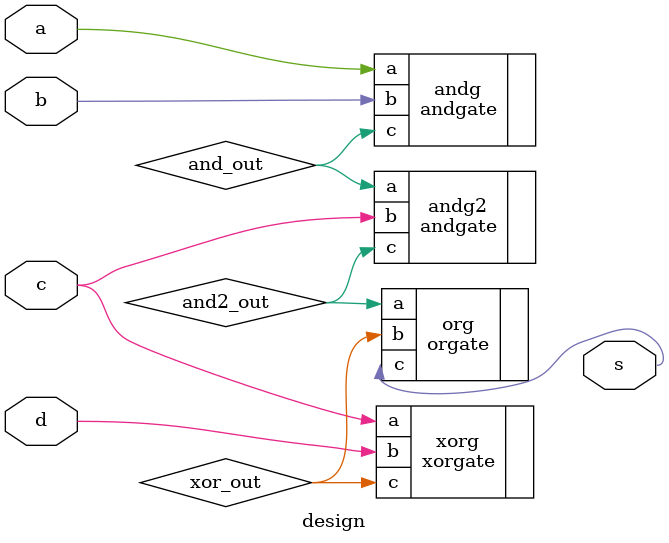
<source format=sv>
module design(
  input logic a,
  input logic b,
  input logic c,
  input logic d,
  output logic s
);
  
  logic and_out, and2_out, xor_out;
  
  andgate andg(.a(a), .b(b), .c(and_out));
  andgate andg2(.a(and_out), .b(c), .c(and2_out));
  xorgate xorg(.a(c), .b(d), .c(xor_out));
  orgate org(.a(and2_out), .b(xor_out), .c(s));

endmodule

</source>
